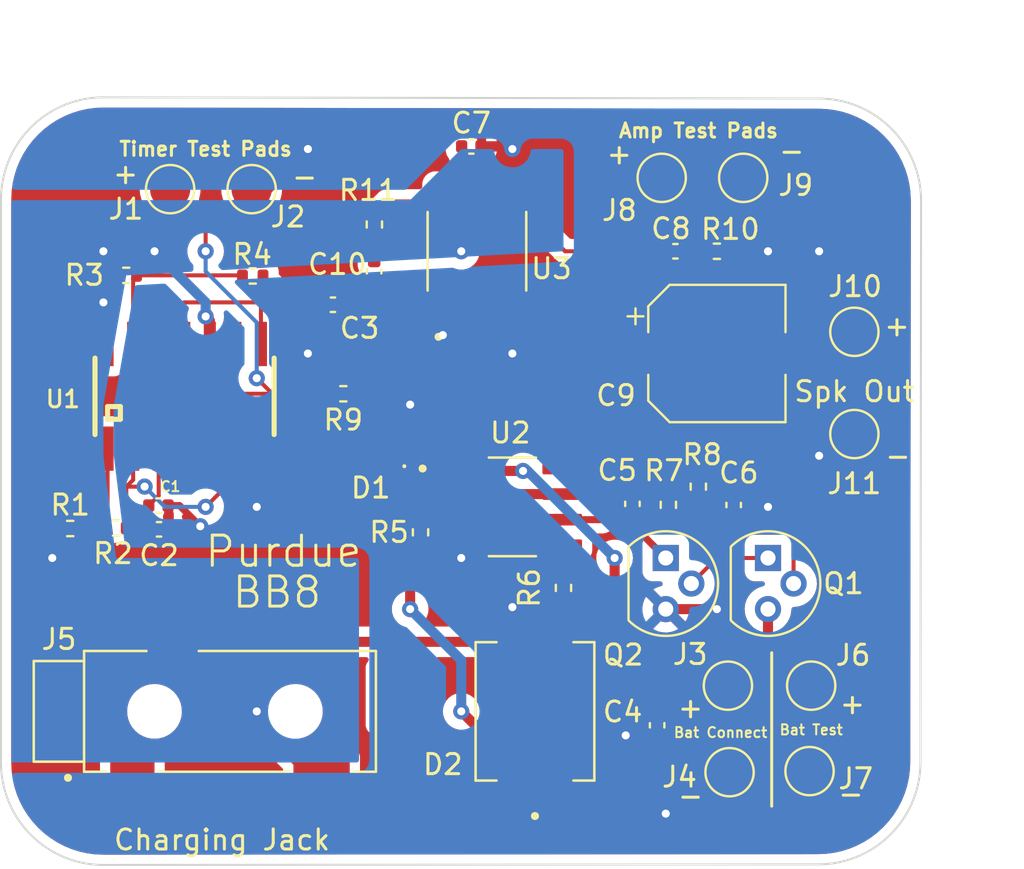
<source format=kicad_pcb>
(kicad_pcb (version 20211014) (generator pcbnew)
  (layers (0 "F.Cu" signal) (31 "B.Cu" signal) (34 "B.Paste" user) (35 "F.Paste" user) (36 "B.SilkS" user "B.Silkscreen") (37 "F.SilkS" user "F.Silkscreen") (38 "B.Mask" user) (39 "F.Mask" user) (44 "Edge.Cuts" user))
  (net 0 "")
  (net 1 "PWR")
  (net 2 "GND")
  (net 3 "CV")
  (net 4 "trig2")
  (net 5 "trig1")
  (net 6 "BAT")
  (net 7 "output")
  (net 8 "VCC")
  (net 9 "DRV")
  (net 10 "gain_in")
  (net 11 "Net-(C7-Pad1)")
  (net 12 "Net-(R1-Pad2)")
  (net 13 "Net-(R3-Pad2)")
  (net 14 "spkout")
  (net 15 "gain_out")
  (net 16 "reset")
  (net 17 "Net-(C8-Pad2)")
  (net 18 "Net-(C9-Pad2)")
  (net 20 "STATUS")
  (net 21 "Net-(D1-Pad2)")
  (net 22 "Net-(D2-PadA)")
  (net 23 "Net-(R6-Pad1)")
  (net 24 "SENSE")
  (net 26 "Net-(Q1-Pad2)")
  (footprint "Capacitor_SMD:C_0402_1005Metric" (layer "F.Cu") (at 191.384796 86.210573 -90)
    (fp_text reference "C5" (at -1.663868 0.755456 180) (layer "F.SilkS"))
    (fp_text value "1nF")
    (fp_line (start -0.107836 -0.36) (end 0.107836 -0.36) (layer "F.SilkS") (width 0.12))
    (fp_line (start -0.107836 0.36) (end 0.107836 0.36) (layer "F.SilkS") (width 0.12))
    (pad "1" smd roundrect (at -0.48 0 270) (size 0.56 0.62) (layers "F.Cu" "F.Paste" "F.Mask") (net 8 "VCC"))
    (pad "2" smd roundrect (at 0.48 0 270) (size 0.56 0.62) (layers "F.Cu" "F.Paste" "F.Mask") (net 9 "DRV"))
  )
  (footprint "TestPoint:TestPoint_Pad_D2.0mm" (layer "F.Cu") (at 202.411103 77.66156)
    (fp_text reference "J10" (at 0.038012 -2.251477) (layer "F.SilkS"))
    (fp_text value "Conn_01x01_Male")
    (fp_circle (center 0 0) (end 0 1.2) (layer "F.SilkS") (width 0.12) (fill none))
    (pad "1" smd circle (at 0 0) (size 2 2) (layers "F.Cu" "F.Mask") (net 18 "Net-(C9-Pad2)"))
  )
  (footprint "Resistor_SMD:R_0402_1005Metric" (layer "F.Cu") (at 177.022282 80.74)
    (fp_text reference "R9" (at -0.004936 1.30169) (layer "F.SilkS"))
    (fp_text value "1.2k")
    (fp_line (start -0.153641 -0.38) (end 0.153641 -0.38) (layer "F.SilkS") (width 0.12))
    (fp_line (start -0.153641 0.38) (end 0.153641 0.38) (layer "F.SilkS") (width 0.12))
    (pad "1" smd roundrect (at -0.51 0) (size 0.54 0.64) (layers "F.Cu" "F.Paste" "F.Mask") (net 14 "spkout"))
    (pad "2" smd roundrect (at 0.51 0) (size 0.54 0.64) (layers "F.Cu" "F.Paste" "F.Mask") (net 2 "GND"))
  )
  (footprint "Package_TO_SOT_THT:TO-92" (layer "F.Cu") (at 198.12 88.9 -90)
    (fp_text reference "Q2" (at 4.815235 7.19845 180) (layer "F.SilkS"))
    (fp_text value "Q_PNP_BCE")
    (fp_line (start -0.53 1.85) (end 3.07 1.85) (layer "F.SilkS") (width 0.12))
    (fp_arc (start 1.27 -2.6) (mid 3.672087 -0.994977) (end 3.108478 1.838478) (layer "F.SilkS") (width 0.12))
    (fp_arc (start -0.568478 1.838478) (mid -1.132087 -0.994977) (end 1.27 -2.6) (layer "F.SilkS") (width 0.12))
    (pad "1" thru_hole rect (at 0 0 270) (size 1.3 1.3) (drill 0.75) (layers *.Cu *.Mask) (net 26 "Net-(Q1-Pad2)"))
    (pad "2" thru_hole circle (at 1.27 -1.27 270) (size 1.3 1.3) (drill 0.75) (layers *.Cu *.Mask) (net 24 "SENSE"))
    (pad "3" thru_hole circle (at 2.54 0 270) (size 1.3 1.3) (drill 0.75) (layers *.Cu *.Mask) (net 6 "BAT"))
  )
  (footprint "Resistor_SMD:R_0402_1005Metric" (layer "F.Cu") (at 194.658067 85.355374 90)
    (fp_text reference "R8" (at 1.591275 0.191757 180) (layer "F.SilkS"))
    (fp_text value "0.2")
    (fp_line (start -0.153641 0.38) (end 0.153641 0.38) (layer "F.SilkS") (width 0.12))
    (fp_line (start -0.153641 -0.38) (end 0.153641 -0.38) (layer "F.SilkS") (width 0.12))
    (pad "1" smd roundrect (at -0.51 0 90) (size 0.54 0.64) (layers "F.Cu" "F.Paste" "F.Mask") (net 8 "VCC"))
    (pad "2" smd roundrect (at 0.51 0 90) (size 0.54 0.64) (layers "F.Cu" "F.Paste" "F.Mask") (net 24 "SENSE"))
  )
  (footprint "Resistor_SMD:R_0402_1005Metric" (layer "F.Cu") (at 163.45159 87.434795)
    (fp_text reference "R1" (at 0 -1.17) (layer "F.SilkS"))
    (fp_text value "3.8k")
    (fp_line (start -0.153641 0.38) (end 0.153641 0.38) (layer "F.SilkS") (width 0.12))
    (fp_line (start -0.153641 -0.38) (end 0.153641 -0.38) (layer "F.SilkS") (width 0.12))
    (pad "1" smd roundrect (at -0.51 0) (size 0.54 0.64) (layers "F.Cu" "F.Paste" "F.Mask") (net 1 "PWR"))
    (pad "2" smd roundrect (at 0.51 0) (size 0.54 0.64) (layers "F.Cu" "F.Paste" "F.Mask") (net 12 "Net-(R1-Pad2)"))
  )
  (footprint "Capacitor_SMD:CP_Elec_6.3x7.7" (layer "F.Cu") (at 195.58 78.74)
    (fp_text reference "C9" (at -5.012102 2.087998) (layer "F.SilkS"))
    (fp_text value "250uF")
    (fp_line (start -2.345563 -3.41) (end 3.41 -3.41) (layer "F.SilkS") (width 0.12))
    (fp_line (start -3.41 -2.345563) (end -2.345563 -3.41) (layer "F.SilkS") (width 0.12))
    (fp_line (start 3.41 3.41) (end 3.41 1.06) (layer "F.SilkS") (width 0.12))
    (fp_line (start -2.345563 3.41) (end 3.41 3.41) (layer "F.SilkS") (width 0.12))
    (fp_line (start 3.41 -3.41) (end 3.41 -1.06) (layer "F.SilkS") (width 0.12))
    (fp_line (start -3.41 -2.345563) (end -3.41 -1.06) (layer "F.SilkS") (width 0.12))
    (fp_line (start -3.41 2.345563) (end -2.345563 3.41) (layer "F.SilkS") (width 0.12))
    (fp_line (start -3.41 2.345563) (end -3.41 1.06) (layer "F.SilkS") (width 0.12))
    (fp_line (start -4.04375 -2.24125) (end -4.04375 -1.45375) (layer "F.SilkS") (width 0.12))
    (fp_line (start -4.4375 -1.8475) (end -3.65 -1.8475) (layer "F.SilkS") (width 0.12))
    (pad "1" smd roundrect (at -2.7 0) (size 3.5 1.6) (layers "F.Cu" "F.Paste" "F.Mask") (roundrect_rratio 0.15625) (net 7 "output"))
    (pad "2" smd roundrect (at 2.7 0) (size 3.5 1.6) (layers "F.Cu" "F.Paste" "F.Mask") (roundrect_rratio 0.15625) (net 18 "Net-(C9-Pad2)"))
  )
  (footprint "Resistor_SMD:R_0402_1005Metric" (layer "F.Cu") (at 166.236423 74.8571)
    (fp_text reference "R3" (at -2.086637 -0.009216) (layer "F.SilkS"))
    (fp_text value "1k")
    (fp_line (start -0.153641 -0.38) (end 0.153641 -0.38) (layer "F.SilkS") (width 0.12))
    (fp_line (start -0.153641 0.38) (end 0.153641 0.38) (layer "F.SilkS") (width 0.12))
    (pad "1" smd roundrect (at -0.51 0) (size 0.54 0.64) (layers "F.Cu" "F.Paste" "F.Mask") (net 1 "PWR"))
    (pad "2" smd roundrect (at 0.51 0) (size 0.54 0.64) (layers "F.Cu" "F.Paste" "F.Mask") (net 13 "Net-(R3-Pad2)"))
  )
  (footprint "TestPoint:TestPoint_Pad_D2.0mm" (layer "F.Cu") (at 172.466016 70.573722 180)
    (fp_text reference "J2" (at -1.803551 -1.376596) (layer "F.SilkS"))
    (fp_text value "Conn_01x01_Male")
    (fp_circle (center 0 0) (end 0 1.2) (layer "F.SilkS") (width 0.12) (fill none))
    (pad "1" smd circle (at 0 0 180) (size 2 2) (layers "F.Cu" "F.Mask") (net 2 "GND"))
  )
  (footprint "Resistor_SMD:R_0402_1005Metric" (layer "F.Cu") (at 187.9586 90.38629 -90)
    (fp_text reference "R6" (at 0 1.699954 90) (layer "F.SilkS"))
    (fp_text value "19.6k")
    (fp_line (start -0.153641 -0.38) (end 0.153641 -0.38) (layer "F.SilkS") (width 0.12))
    (fp_line (start -0.153641 0.38) (end 0.153641 0.38) (layer "F.SilkS") (width 0.12))
    (pad "1" smd roundrect (at -0.51 0 270) (size 0.54 0.64) (layers "F.Cu" "F.Paste" "F.Mask") (net 23 "Net-(R6-Pad1)"))
    (pad "2" smd roundrect (at 0.51 0 270) (size 0.54 0.64) (layers "F.Cu" "F.Paste" "F.Mask") (net 2 "GND"))
  )
  (footprint "TestPoint:TestPoint_Pad_D2.0mm" (layer "F.Cu") (at 196.889093 70.012796)
    (fp_text reference "J9" (at 2.608707 0.370151) (layer "F.SilkS"))
    (fp_text value "Conn_01x01_Male")
    (fp_circle (center 0 0) (end 0 1.2) (layer "F.SilkS") (width 0.12) (fill none))
    (pad "1" smd circle (at 0 0) (size 2 2) (layers "F.Cu" "F.Mask") (net 2 "GND"))
  )
  (footprint "Capacitor_SMD:C_0402_1005Metric" (layer "F.Cu") (at 176.504259 76.3171)
    (fp_text reference "C3" (at 1.323691 1.16514) (layer "F.SilkS"))
    (fp_text value "10uF")
    (fp_line (start -0.107836 -0.36) (end 0.107836 -0.36) (layer "F.SilkS") (width 0.12))
    (fp_line (start -0.107836 0.36) (end 0.107836 0.36) (layer "F.SilkS") (width 0.12))
    (pad "1" smd roundrect (at -0.48 0) (size 0.56 0.62) (layers "F.Cu" "F.Paste" "F.Mask") (net 5 "trig1"))
    (pad "2" smd roundrect (at 0.48 0) (size 0.56 0.62) (layers "F.Cu" "F.Paste" "F.Mask") (net 2 "GND"))
  )
  (footprint "Resistor_SMD:R_0402_1005Metric" (layer "F.Cu") (at 195.58 73.66)
    (fp_text reference "R10" (at 0.669827 -1.094408) (layer "F.SilkS"))
    (fp_text value "10")
    (fp_line (start -0.153641 0.38) (end 0.153641 0.38) (layer "F.SilkS") (width 0.12))
    (fp_line (start -0.153641 -0.38) (end 0.153641 -0.38) (layer "F.SilkS") (width 0.12))
    (pad "1" smd roundrect (at -0.51 0) (size 0.54 0.64) (layers "F.Cu" "F.Paste" "F.Mask") (net 17 "Net-(C8-Pad2)"))
    (pad "2" smd roundrect (at 0.51 0) (size 0.54 0.64) (layers "F.Cu" "F.Paste" "F.Mask") (net 2 "GND"))
  )
  (footprint "Capacitor_SMD:C_0402_1005Metric" (layer "F.Cu") (at 178.552709 74.654423 90)
    (fp_text reference "C10" (at 0.344534 -1.828793 180) (layer "F.SilkS"))
    (fp_text value "10uF")
    (fp_line (start -0.107836 -0.36) (end 0.107836 -0.36) (layer "F.SilkS") (width 0.12))
    (fp_line (start -0.107836 0.36) (end 0.107836 0.36) (layer "F.SilkS") (width 0.12))
    (pad "1" smd roundrect (at -0.48 0 90) (size 0.56 0.62) (layers "F.Cu" "F.Paste" "F.Mask") (net 10 "gain_in"))
    (pad "2" smd roundrect (at 0.48 0 90) (size 0.56 0.62) (layers "F.Cu" "F.Paste" "F.Mask"))
  )
  (footprint "Capacitor_SMD:C_0402_1005Metric" (layer "F.Cu") (at 183.38 68.45)
    (fp_text reference "C7" (at 0 -1.16) (layer "F.SilkS"))
    (fp_text value "0.1uF")
    (fp_line (start -0.107836 0.36) (end 0.107836 0.36) (layer "F.SilkS") (width 0.12))
    (fp_line (start -0.107836 -0.36) (end 0.107836 -0.36) (layer "F.SilkS") (width 0.12))
    (pad "1" smd roundrect (at -0.48 0) (size 0.56 0.62) (layers "F.Cu" "F.Paste" "F.Mask") (net 11 "Net-(C7-Pad1)"))
    (pad "2" smd roundrect (at 0.48 0) (size 0.56 0.62) (layers "F.Cu" "F.Paste" "F.Mask") (net 2 "GND"))
  )
  (footprint "LED_SMD:LED_0402_1005Metric" (layer "F.Cu") (at 180.051614 85.430153 -90)
    (fp_text reference "D1" (at -0.012016 1.670234 180) (layer "F.SilkS"))
    (fp_text value "LED")
    (fp_circle (center -1.09 0) (end -1.04 0) (layer "F.SilkS") (width 0.1) (fill none))
    (pad "1" smd roundrect (at -0.485 0 270) (size 0.59 0.64) (layers "F.Cu" "F.Paste" "F.Mask") (net 20 "STATUS"))
    (pad "2" smd roundrect (at 0.485 0 270) (size 0.59 0.64) (layers "F.Cu" "F.Paste" "F.Mask") (net 21 "Net-(D1-Pad2)"))
  )
  (footprint "baseball:SOIC127P600X175-8N" (layer "F.Cu") (at 185.42 86.36)
    (fp_text reference "U2" (at -0.103948 -3.675519) (layer "F.SilkS"))
    (fp_text value "LTC1731EMS8-4.2_PBF")
    (fp_line (start -1.17 2.45) (end 1.17 2.45) (layer "F.SilkS") (width 0.127))
    (fp_line (start -1.17 -2.45) (end 1.17 -2.45) (layer "F.SilkS") (width 0.127))
    (fp_circle (center -4.46 -1.905) (end -4.36 -1.905) (layer "F.SilkS") (width 0.2) (fill none))
    (pad "1" smd roundrect locked (at -2.475 -1.905) (size 1.97 0.58) (layers "F.Cu" "F.Paste" "F.Mask") (roundrect_rratio 0.125) (net 6 "BAT"))
    (pad "2" smd roundrect locked (at -2.475 -0.635) (size 1.97 0.58) (layers "F.Cu" "F.Paste" "F.Mask") (roundrect_rratio 0.125) (net 20 "STATUS"))
    (pad "3" smd roundrect locked (at -2.475 0.635) (size 1.97 0.58) (layers "F.Cu" "F.Paste" "F.Mask") (roundrect_rratio 0.125) (net 8 "VCC"))
    (pad "4" smd roundrect locked (at -2.475 1.905) (size 1.97 0.58) (layers "F.Cu" "F.Paste" "F.Mask") (roundrect_rratio 0.125) (net 2 "GND"))
    (pad "5" smd roundrect locked (at 2.475 1.905) (size 1.97 0.58) (layers "F.Cu" "F.Paste" "F.Mask") (roundrect_rratio 0.125) (net 23 "Net-(R6-Pad1)"))
    (pad "6" smd roundrect locked (at 2.475 0.635) (size 1.97 0.58) (layers "F.Cu" "F.Paste" "F.Mask") (roundrect_rratio 0.125) (net 9 "DRV"))
    (pad "7" smd roundrect locked (at 2.475 -0.635) (size 1.97 0.58) (layers "F.Cu" "F.Paste" "F.Mask") (roundrect_rratio 0.125) (net 8 "VCC"))
    (pad "8" smd roundrect locked (at 2.475 -1.905) (size 1.97 0.58) (layers "F.Cu" "F.Paste" "F.Mask") (roundrect_rratio 0.125) (net 24 "SENSE"))
  )
  (footprint "TestPoint:TestPoint_Pad_D2.0mm" (layer "F.Cu") (at 200.18407 99.487262)
    (fp_text reference "J7" (at 2.29738 0.37837) (layer "F.SilkS"))
    (fp_text value "Conn_01x01_Male")
    (fp_circle (center 0 0) (end 0 1.2) (layer "F.SilkS") (width 0.12) (fill none))
    (pad "1" smd circle (at 0 0) (size 2 2) (layers "F.Cu" "F.Mask") (net 2 "GND"))
  )
  (footprint "Capacitor_SMD:C_0402_1005Metric" (layer "F.Cu") (at 167.834453 86.295232)
    (fp_text reference "C1" (at 0.595093 -0.944911) (layer "F.SilkS") (effects (font (size 0.5 0.5) (thickness 0.1))))
    (fp_text value "10uF")
    (fp_line (start -0.107836 0.36) (end 0.107836 0.36) (layer "F.SilkS") (width 0.12))
    (fp_line (start -0.107836 -0.36) (end 0.107836 -0.36) (layer "F.SilkS") (width 0.12))
    (pad "1" smd roundrect (at -0.48 0) (size 0.56 0.62) (layers "F.Cu" "F.Paste" "F.Mask") (net 3 "CV"))
    (pad "2" smd roundrect (at 0.48 0) (size 0.56 0.62) (layers "F.Cu" "F.Paste" "F.Mask") (net 2 "GND"))
  )
  (footprint "TestPoint:TestPoint_Pad_D2.0mm" (layer "F.Cu") (at 196.128646 95.242585)
    (fp_text reference "J3" (at -1.876282 -1.556063) (layer "F.SilkS"))
    (fp_text value "Conn_01x01_Male")
    (fp_circle (center 0 0) (end 0 1.2) (layer "F.SilkS") (width 0.12) (fill none))
    (pad "1" smd circle (at 0 0) (size 2 2) (layers "F.Cu" "F.Mask") (net 6 "BAT"))
  )
  (footprint "baseball:SOIC127P600X175-8N" (layer "F.Cu") (at 183.6581 73.66 90)
    (fp_text reference "U3" (at -0.859469 3.704393 180) (layer "F.SilkS") (effects (font (size 1.00063 1.00063))))
    (fp_text value "LM386")
    (fp_line (start -1.95 -2.45) (end 1.95 -2.45) (layer "F.SilkS") (width 0.127))
    (fp_line (start 1.95 2.45) (end -1.95 2.45) (layer "F.SilkS") (width 0.127))
    (fp_circle (center -4.25 -1.905) (end -4.15 -1.905) (layer "F.SilkS") (width 0.2) (fill none))
    (pad "1" smd roundrect locked (at -2.475 -1.905 90) (size 1.97 0.6) (layers "F.Cu" "F.Paste" "F.Mask") (net 10 "gain_in"))
    (pad "2" smd roundrect locked (at -2.475 -0.635 90) (size 1.97 0.6) (layers "F.Cu" "F.Paste" "F.Mask") (net 2 "GND"))
    (pad "3" smd roundrect locked (at -2.475 0.635 90) (size 1.97 0.6) (layers "F.Cu" "F.Paste" "F.Mask") (net 14 "spkout"))
    (pad "4" smd roundrect locked (at -2.475 1.905 90) (size 1.97 0.6) (layers "F.Cu" "F.Paste" "F.Mask") (net 2 "GND"))
    (pad "5" smd roundrect locked (at 2.475 1.905 90) (size 1.97 0.6) (layers "F.Cu" "F.Paste" "F.Mask") (net 7 "output"))
    (pad "6" smd roundrect locked (at 2.475 0.635 90) (size 1.97 0.6) (layers "F.Cu" "F.Paste" "F.Mask") (net 1 "PWR"))
    (pad "7" smd roundrect locked (at 2.475 -0.635 90) (size 1.97 0.6) (layers "F.Cu" "F.Paste" "F.Mask") (net 11 "Net-(C7-Pad1)"))
    (pad "8" smd roundrect locked (at 2.475 -1.905 90) (size 1.97 0.6) (layers "F.Cu" "F.Paste" "F.Mask") (net 15 "gain_out"))
  )
  (footprint "Capacitor_SMD:C_0402_1005Metric" (layer "F.Cu") (at 167.863929 87.475232)
    (fp_text reference "C2" (at 0 1.300828) (layer "F.SilkS"))
    (fp_text value "10nF")
    (fp_line (start -0.107836 0.36) (end 0.107836 0.36) (layer "F.SilkS") (width 0.12))
    (fp_line (start -0.107836 -0.36) (end 0.107836 -0.36) (layer "F.SilkS") (width 0.12))
    (pad "1" smd roundrect (at -0.48 0) (size 0.56 0.62) (layers "F.Cu" "F.Paste" "F.Mask") (net 4 "trig2"))
    (pad "2" smd roundrect (at 0.48 0) (size 0.56 0.62) (layers "F.Cu" "F.Paste" "F.Mask") (net 2 "GND"))
  )
  (footprint "Capacitor_SMD:C_0402_1005Metric" (layer "F.Cu") (at 192.611154 97.21164 -90)
    (fp_text reference "C4" (at -0.666004 1.714007 180) (layer "F.SilkS"))
    (fp_text value "10uF")
    (fp_line (start -0.107836 -0.36) (end 0.107836 -0.36) (layer "F.SilkS") (width 0.12))
    (fp_line (start -0.107836 0.36) (end 0.107836 0.36) (layer "F.SilkS") (width 0.12))
    (pad "1" smd roundrect (at -0.48 0 270) (size 0.56 0.62) (layers "F.Cu" "F.Paste" "F.Mask") (net 6 "BAT"))
    (pad "2" smd roundrect (at 0.48 0 270) (size 0.56 0.62) (layers "F.Cu" "F.Paste" "F.Mask") (net 2 "GND"))
  )
  (footprint "Resistor_SMD:R_0402_1005Metric" (layer "F.Cu") (at 180.856742 87.625154 90)
    (fp_text reference "R5" (at 0.002068 -1.560742 180) (layer "F.SilkS"))
    (fp_text value "2k")
    (fp_line (start -0.153641 0.38) (end 0.153641 0.38) (layer "F.SilkS") (width 0.12))
    (fp_line (start -0.153641 -0.38) (end 0.153641 -0.38) (layer "F.SilkS") (width 0.12))
    (pad "1" smd roundrect (at -0.51 0 90) (size 0.54 0.64) (layers "F.Cu" "F.Paste" "F.Mask") (net 8 "VCC"))
    (pad "2" smd roundrect (at 0.51 0 90) (size 0.54 0.64) (layers "F.Cu" "F.Paste" "F.Mask") (net 21 "Net-(D1-Pad2)"))
  )
  (footprint "Resistor_SMD:R_0402_1005Metric" (layer "F.Cu") (at 172.520064 74.8871)
    (fp_text reference "R4" (at -0.027136 -1.073374) (layer "F.SilkS"))
    (fp_text value "68k")
    (fp_line (start -0.153641 0.38) (end 0.153641 0.38) (layer "F.SilkS") (width 0.12))
    (fp_line (start -0.153641 -0.38) (end 0.153641 -0.38) (layer "F.SilkS") (width 0.12))
    (pad "1" smd roundrect (at -0.51 0) (size 0.54 0.64) (layers "F.Cu" "F.Paste" "F.Mask") (net 13 "Net-(R3-Pad2)"))
    (pad "2" smd roundrect (at 0.51 0) (size 0.54 0.64) (layers "F.Cu" "F.Paste" "F.Mask") (net 5 "trig1"))
  )
  (footprint "baseball:DIOM7959X265N" (layer "F.Cu") (at 186.5425 96.52 90)
    (fp_text reference "D2" (at -2.638515 -4.578932 180) (layer "F.SilkS"))
    (fp_text value "SS34")
    (fp_line (start 3.4375 2.95) (end 3.4375 1.91) (layer "F.SilkS") (width 0.127))
    (fp_line (start -3.4375 1.91) (end -3.4375 2.95) (layer "F.SilkS") (width 0.127))
    (fp_line (start 3.4375 -2.95) (end -3.4375 -2.95) (layer "F.SilkS") (width 0.127))
    (fp_line (start -3.4375 2.95) (end 3.4375 2.95) (layer "F.SilkS") (width 0.127))
    (fp_line (start 3.4375 -1.91) (end 3.4375 -2.95) (layer "F.SilkS") (width 0.127))
    (fp_line (start -3.4375 -2.95) (end -3.4375 -1.91) (layer "F.SilkS") (width 0.127))
    (fp_circle (center -5.2 0) (end -5.1 0) (layer "F.SilkS") (width 0.2) (fill none))
    (pad "A" smd rect locked (at 3.455 0 90) (size 2.25 3.18) (layers "F.Cu" "F.Paste" "F.Mask") (net 22 "Net-(D2-PadA)"))
    (pad "C" smd rect locked (at -3.455 0 90) (size 2.25 3.18) (layers "F.Cu" "F.Paste" "F.Mask") (net 8 "VCC"))
  )
  (footprint "Resistor_SMD:R_0402_1005Metric" (layer "F.Cu") (at 165.726423 87.4071)
    (fp_text reference "R2" (at -0.153641 1.267869) (layer "F.SilkS"))
    (fp_text value "68k")
    (fp_line (start -0.153641 -0.38) (end 0.153641 -0.38) (layer "F.SilkS") (width 0.12))
    (fp_line (start -0.153641 0.38) (end 0.153641 0.38) (layer "F.SilkS") (width 0.12))
    (pad "1" smd roundrect (at -0.51 0) (size 0.54 0.64) (layers "F.Cu" "F.Paste" "F.Mask") (net 12 "Net-(R1-Pad2)"))
    (pad "2" smd roundrect (at 0.51 0) (size 0.54 0.64) (layers "F.Cu" "F.Paste" "F.Mask") (net 4 "trig2"))
  )
  (footprint "baseball:556" (layer "F.Cu") (at 169.117823 80.867)
    (fp_text reference "U1" (at -6.033953 0.139848) (layer "F.SilkS") (effects (font (size 0.84 0.84))))
    (fp_text value "LM556")
    (fp_line (start -3.175 1.143) (end -3.81 1.143) (layer "F.SilkS") (width 0.254))
    (fp_line (start -3.81 1.143) (end -3.81 0.508) (layer "F.SilkS") (width 0.254))
    (fp_line (start -4.435 1.9) (end -4.435 -1.9) (layer "F.SilkS") (width 0.254))
    (fp_line (start -3.81 0.508) (end -3.175 0.508) (layer "F.SilkS") (width 0.254))
    (fp_line (start -3.175 0.508) (end -3.175 1.143) (layer "F.SilkS") (width 0.254))
    (fp_line (start 4.465 -1.9) (end 4.465 1.9) (layer "F.SilkS") (width 0.254))
    (pad "1" smd rect locked (at -3.81 2.6) (size 0.6 2.2) (layers "F.Cu" "F.Paste" "F.Mask") (net 12 "Net-(R1-Pad2)"))
    (pad "2" smd rect locked (at -2.54 2.6) (size 0.6 2.2) (layers "F.Cu" "F.Paste" "F.Mask") (net 4 "trig2"))
    (pad "3" smd rect locked (at -1.27 2.6) (size 0.6 2.2) (layers "F.Cu" "F.Paste" "F.Mask") (net 3 "CV"))
    (pad "4" smd rect locked (at 0 2.6) (size 0.6 2.2) (layers "F.Cu" "F.Paste" "F.Mask") (net 16 "reset"))
    (pad "5" smd rect locked (at 1.27 2.6) (size 0.6 2.2) (layers "F.Cu" "F.Paste" "F.Mask") (net 14 "spkout"))
    (pad "6" smd rect locked (at 2.54 2.6) (size 0.6 2.2) (layers "F.Cu" "F.Paste" "F.Mask") (net 4 "trig2"))
    (pad "7" smd rect locked (at 3.81 2.6) (size 0.6 2.2) (layers "F.Cu" "F.Paste" "F.Mask") (net 2 "GND"))
    (pad "8" smd rect locked (at 3.81 -2.6) (size 0.6 2.2) (layers "F.Cu" "F.Paste" "F.Mask") (net 5 "trig1"))
    (pad "9" smd rect locked (at 2.54 -2.6) (size 0.6 2.2) (layers "F.Cu" "F.Paste" "F.Mask") (net 16 "reset"))
    (pad "10" smd rect locked (at 1.27 -2.6) (size 0.6 2.2) (layers "F.Cu" "F.Paste" "F.Mask") (net 1 "PWR"))
    (pad "11" smd rect locked (at 0 -2.6) (size 0.6 2.2) (layers "F.Cu" "F.Paste" "F.Mask") (net 3 "CV"))
    (pad "12" smd rect locked (at -1.27 -2.6) (size 0.6 2.2) (layers "F.Cu" "F.Paste" "F.Mask") (net 5 "trig1"))
    (pad "13" smd rect locked (at -2.54 -2.6) (size 0.6 2.2) (layers "F.Cu" "F.Paste" "F.Mask") (net 13 "Net-(R3-Pad2)"))
    (pad "14" smd rect locked (at -3.81 -2.6) (size 0.6 2.2) (layers "F.Cu" "F.Paste" "F.Mask") (net 1 "PWR"))
  )
  (footprint "TestPoint:TestPoint_Pad_D2.0mm" (layer "F.Cu") (at 168.416016 70.573722 180)
    (fp_text reference "J1" (at 2.198013 -0.990121) (layer "F.SilkS"))
    (fp_text value "Conn_01x01_Male")
    (fp_circle (center 0 0) (end 0 1.2) (layer "F.SilkS") (width 0.12) (fill none))
    (pad "1" smd circle (at 0 0 180) (size 2 2) (layers "F.Cu" "F.Mask") (net 14 "spkout"))
  )
  (footprint "TestPoint:TestPoint_Pad_D2.0mm" (layer "F.Cu") (at 196.209754 99.541335)
    (fp_text reference "J4" (at -2.488444 0.238336) (layer "F.SilkS"))
    (fp_text value "Conn_01x01_Male")
    (fp_circle (center 0 0) (end 0 1.2) (layer "F.SilkS") (width 0.12) (fill none))
    (pad "1" smd circle (at 0 0) (size 2 2) (layers "F.Cu" "F.Mask") (net 2 "GND"))
  )
  (footprint "Resistor_SMD:R_0402_1005Metric" (layer "F.Cu") (at 193.169584 86.257271 -90)
    (fp_text reference "R7" (at -1.696591 0.220376 180) (layer "F.SilkS"))
    (fp_text value "10k")
    (fp_line (start -0.153641 -0.38) (end 0.153641 -0.38) (layer "F.SilkS") (width 0.12))
    (fp_line (start -0.153641 0.38) (end 0.153641 0.38) (layer "F.SilkS") (width 0.12))
    (pad "1" smd roundrect (at -0.51 0 270) (size 0.54 0.64) (layers "F.Cu" "F.Paste" "F.Mask") (net 8 "VCC"))
    (pad "2" smd roundrect (at 0.51 0 270) (size 0.54 0.64) (layers "F.Cu" "F.Paste" "F.Mask") (net 26 "Net-(Q1-Pad2)"))
  )
  (footprint "Package_TO_SOT_THT:TO-92" (layer "F.Cu") (at 193.04 88.9 -90)
    (fp_text reference "Q1" (at 1.27 -8.83103 180) (layer "F.SilkS"))
    (fp_text value "Q_PNP_BCE")
    (fp_line (start -0.53 1.85) (end 3.07 1.85) (layer "F.SilkS") (width 0.12))
    (fp_arc (start -0.568478 1.838478) (mid -1.132087 -0.994977) (end 1.27 -2.6) (layer "F.SilkS") (width 0.12))
    (fp_arc (start 1.27 -2.6) (mid 3.672087 -0.994977) (end 3.108478 1.838478) (layer "F.SilkS") (width 0.12))
    (pad "1" thru_hole rect (at 0 0 270) (size 1.3 1.3) (drill 0.75) (layers *.Cu *.Mask) (net 9 "DRV"))
    (pad "2" thru_hole circle (at 1.27 -1.27 270) (size 1.3 1.3) (drill 0.75) (layers *.Cu *.Mask) (net 26 "Net-(Q1-Pad2)"))
    (pad "3" thru_hole circle (at 2.54 0 270) (size 1.3 1.3) (drill 0.75) (layers *.Cu *.Mask) (net 2 "GND"))
  )
  (footprint "Resistor_SMD:R_0402_1005Metric" (layer "F.Cu") (at 178.563575 72.330095 -90)
    (fp_text reference "R11" (at -1.698111 0.306451 180) (layer "F.SilkS"))
    (fp_text value "2.4k")
    (fp_line (start -0.153641 -0.38) (end 0.153641 -0.38) (layer "F.SilkS") (width 0.12))
    (fp_line (start -0.153641 0.38) (end 0.153641 0.38) (layer "F.SilkS") (width 0.12))
    (pad "1" smd roundrect (at -0.51 0 270) (size 0.54 0.64) (layers "F.Cu" "F.Paste" "F.Mask") (net 15 "gain_out"))
    (pad "2" smd roundrect (at 0.51 0 270) (size 0.54 0.64) (layers "F.Cu" "F.Paste" "F.Mask"))
  )
  (footprint "TestPoint:TestPoint_Pad_D2.0mm" (layer "F.Cu") (at 192.839093 70.012796)
    (fp_text reference "J8" (at -2.101394 1.615459) (layer "F.SilkS"))
    (fp_text value "Conn_01x01_Male")
    (fp_circle (center 0 0) (end 0 1.2) (layer "F.SilkS") (width 0.12) (fill none))
    (pad "1" smd circle (at 0 0) (size 2 2) (layers "F.Cu" "F.Mask") (net 7 "output"))
  )
  (footprint "TestPoint:TestPoint_Pad_D2.0mm" (layer "F.Cu") (at 202.411103 82.74156)
    (fp_text reference "J11" (at -0.001898 2.461525) (layer "F.SilkS"))
    (fp_text value "Conn_01x01_Male")
    (fp_circle (center 0 0) (end 0 1.2) (layer "F.SilkS") (width 0.12) (fill none))
    (pad "1" smd circle (at 0 0) (size 2 2) (layers "F.Cu" "F.Mask") (net 2 "GND"))
  )
  (footprint "TestPoint:TestPoint_Pad_D2.0mm" (layer "F.Cu") (at 200.265179 95.242585)
    (fp_text reference "J6" (at 2.078774 -1.514137) (layer "F.SilkS"))
    (fp_text value "Conn_01x01_Male")
    (fp_circle (center 0 0) (end 0 1.2) (layer "F.SilkS") (width 0.12) (fill none))
    (pad "1" smd circle (at 0 0) (size 2 2) (layers "F.Cu" "F.Mask") (net 6 "BAT"))
  )
  (footprint "Capacitor_SMD:C_0402_1005Metric" (layer "F.Cu") (at 193.52 73.66)
    (fp_text reference "C8" (at -0.222012 -1.124735) (layer "F.SilkS"))
    (fp_text value "0.1uF")
    (fp_line (start -0.107836 0.36) (end 0.107836 0.36) (layer "F.SilkS") (width 0.12))
    (fp_line (start -0.107836 -0.36) (end 0.107836 -0.36) (layer "F.SilkS") (width 0.12))
    (pad "1" smd roundrect (at -0.48 0) (size 0.56 0.62) (layers "F.Cu" "F.Paste" "F.Mask") (net 7 "output"))
    (pad "2" smd roundrect (at 0.48 0) (size 0.56 0.62) (layers "F.Cu" "F.Paste" "F.Mask") (net 17 "Net-(C8-Pad2)"))
  )
  (footprint "baseball:CUI_SJ-3524-SMT-GR" (layer "F.Cu") (at 167.64 96.52)
    (fp_text reference "J5" (at -4.745938 -3.579802) (layer "F.SilkS") (effects (font (size 1.001173 1.001173))))
    (fp_text value "SJ-3524-SMT")
    (fp_line (start -6 2.5) (end -3.5 2.5) (layer "F.SilkS") (width 0.127))
    (fp_line (start 2.2 -3) (end 11 -3) (layer "F.SilkS") (width 0.127))
    (fp_line (start 11 -3) (end 11 3) (layer "F.SilkS") (width 0.127))
    (fp_line (start -6 -2.5) (end -6 2.5) (layer "F.SilkS") (width 0.127))
    (fp_line (start -3.5 2.5) (end -3.5 -2.5) (layer "F.SilkS") (width 0.127))
    (fp_line (start 9.9 3) (end 11 3) (layer "F.SilkS") (width 0.127))
    (fp_line (start -3.5 3) (end -2.4 3) (layer "F.SilkS") (width 0.127))
    (fp_line (start -3.5 -3) (end -0.4 -3) (layer "F.SilkS") (width 0.127))
    (fp_line (start 0.2 3) (end 6.7 3) (layer "F.SilkS") (width 0.127))
    (fp_line (start -3.5 -2.5) (end -6 -2.5) (layer "F.SilkS") (width 0.127))
    (fp_line (start -3.5 3) (end -3.5 2.5) (layer "F.SilkS") (width 0.127))
    (fp_line (start -3.5 -2.5) (end -3.5 -3) (layer "F.SilkS") (width 0.127))
    (fp_circle (center -4.3 3.3) (end -4.2 3.3) (layer "F.SilkS") (width 0.2) (fill none))
    (pad "" np_thru_hole circle locked (at 7 0) (size 1.7 1.7) (drill 1.7) (layers *.Cu *.Mask))
    (pad "" np_thru_hole circle locked (at 0 0) (size 1.7 1.7) (drill 1.7) (layers *.Cu *.Mask))
    (pad "1" smd rect locked (at -1.1 3.7) (size 2.2 2.8) (layers "F.Cu" "F.Paste" "F.Mask") (net 2 "GND"))
    (pad "2" smd rect locked (at 8.3 3.7) (size 2.8 2.8) (layers "F.Cu" "F.Paste" "F.Mask") (net 1 "PWR"))
    (pad "3" smd rect locked (at 0.9 -3.7) (size 2.2 2.8) (layers "F.Cu" "F.Paste" "F.Mask") (net 22 "Net-(D2-PadA)"))
    (pad "4" smd rect locked (at 12.3 -0.75) (size 2.6 2.8) (layers "F.Cu" "F.Paste" "F.Mask"))
  )
  (footprint "Capacitor_SMD:C_0402_1005Metric" (layer "F.Cu") (at 196.413971 86.267349 -90)
    (fp_text reference "C6" (at -1.594868 -0.252617 180) (layer "F.SilkS"))
    (fp_text value "1uF")
    (fp_line (start -0.107836 -0.36) (end 0.107836 -0.36) (layer "F.SilkS") (width 0.12))
    (fp_line (start -0.107836 0.36) (end 0.107836 0.36) (layer "F.SilkS") (width 0.12))
    (pad "1" smd roundrect (at -0.48 0 270) (size 0.56 0.62) (layers "F.Cu" "F.Paste" "F.Mask") (net 8 "VCC"))
    (pad "2" smd roundrect (at 0.48 0 270) (size 0.56 0.62) (layers "F.Cu" "F.Paste" "F.Mask") (net 2 "GND"))
  )
  (gr_line (start 198.303656 93.608489) (end 198.303656 101.228489) (layer "F.SilkS") (width 0.15))
  (gr_arc (start 200.645082 66.070996) (mid 204.237184 67.558894) (end 205.725082 71.150996) (layer "Edge.Cuts") (width 0.1))
  (gr_line (start 165.092782 66.013216) (end 200.645082 66.070996) (layer "Edge.Cuts") (width 0.1))
  (gr_arc (start 165.092782 104.149541) (mid 161.50068 102.661643) (end 160.012782 99.069541) (layer "Edge.Cuts") (width 0.1))
  (gr_arc (start 205.695248 99.041596) (mid 204.20735 102.633698) (end 200.615248 104.121596) (layer "Edge.Cuts") (width 0.1))
  (gr_arc (start 160.012782 71.093216) (mid 161.50068 67.501114) (end 165.092782 66.013216) (layer "Edge.Cuts") (width 0.1))
  (gr_line (start 160.012782 99.069541) (end 160.012782 71.093216) (layer "Edge.Cuts") (width 0.1))
  (gr_line (start 200.615248 104.121596) (end 165.092782 104.149541) (layer "Edge.Cuts") (width 0.1))
  (gr_line (start 205.725082 71.150996) (end 205.695248 99.041596) (layer "Edge.Cuts") (width 0.1))
  (gr_text "-" (at 175.098835 69.950021) (layer "F.SilkS") (effects (font (size 1 1))))
  (gr_text "Spk Out" (at 202.411103 80.629796) (layer "F.SilkS") (effects (font (size 1 1))))
  (gr_text "BB8" (at 173.723136 90.603278) (layer "F.SilkS") (effects (font (size 1.5 1.5))))
  (gr_text "+" (at 202.314558 96.135417) (layer "F.SilkS") (effects (font (size 1 1))))
  (gr_text "-" (at 204.576253 83.821747) (layer "F.SilkS") (effects (font (size 1 1))))
  (gr_text "-" (at 202.239168 100.608546) (layer "F.SilkS") (effects (font (size 1 1))))
  (gr_text "-" (at 194.272978 100.709066) (layer "F.SilkS") (effects (font (size 1 1))))
  (gr_text "Purdue" (at 174.04757 88.575566) (layer "F.SilkS") (effects (font (size 1.5 1.5))))
  (gr_text "Charging Jack" (at 170.990373 102.904968) (layer "F.SilkS") (effects (font (size 1 1))))
  (gr_text "+" (at 204.525993 77.363353) (layer "F.SilkS") (effects (font (size 1 1))))
  (gr_text "+" (at 194.272978 96.336456) (layer "F.SilkS") (effects (font (size 1 1))))
  (gr_text "+" (at 166.202837 69.799241) (layer "F.SilkS") (effects (font (size 1 1))))
  (gr_text "+" (at 190.729656 68.819174) (layer "F.SilkS") (effects (font (size 1 1))))
  (gr_text "Timer Test Pads" (at 170.18 68.58) (layer "F.SilkS") (effects (font (size 0.7 0.7))))
  (gr_text "-" (at 199.298965 68.668394) (layer "F.SilkS") (effects (font (size 1 1))))
  (gr_text "Bat Test" (at 200.265179 97.43783) (layer "F.SilkS") (effects (font (size 0.5 0.5) (thickness 0.1))))
  (gr_text "Bat Connect" (at 195.761676 97.571603) (layer "F.SilkS") (effects (font (size 0.5 0.5) (thickness 0.1))))
  (gr_text "Amp Test Pads" (at 194.666862 67.669516) (layer "F.SilkS") (effects (font (size 0.7 0.7))))
  (segment (start 167.64 73.66) (end 165.1 73.66) (width 0.5) (layer "F.Cu") (net 1))
  (segment (start 162.94159 88.51841) (end 162.56 88.9) (width 0.5) (layer "F.Cu") (net 1))
  (segment (start 165.307823 78.267) (end 165.307823 76.407823) (width 0.5) (layer "F.Cu") (net 1))
  (segment (start 170.387823 78.267) (end 170.387823 77.107323) (width 0.5) (layer "F.Cu") (net 1))
  (segment (start 172.72 97) (end 172.72 96.52) (width 0.5) (layer "F.Cu") (net 1))
  (segment (start 162.94159 87.434795) (end 162.94159 88.51841) (width 0.5) (layer "F.Cu") (net 1))
  (segment (start 165.726423 74.8571) (end 165.726423 74.729785) (width 0.5) (layer "F.Cu") (net 1))
  (segment (start 184.2931 72.2469) (end 182.88 73.66) (width 0.5) (layer "F.Cu") (net 1))
  (segment (start 170.387823 77.107323) (end 170.18 76.8995) (width 0.5) (layer "F.Cu") (net 1))
  (segment (start 165.726423 74.286423) (end 165.1 73.66) (width 0.5) (layer "F.Cu") (net 1))
  (segment (start 175.94 100.22) (end 172.72 97) (width 0.5) (layer "F.Cu") (net 1))
  (segment (start 184.2931 71.185) (end 184.2931 72.2469) (width 0.5) (layer "F.Cu") (net 1))
  (segment (start 165.307823 76.407823) (end 165.1 76.2) (width 0.5) (layer "F.Cu") (net 1))
  (segment (start 165.726423 74.8571) (end 165.726423 74.286423) (width 0.5) (layer "F.Cu") (net 1))
  (via (at 165.1 73.66) (size 0.8) (drill 0.4) (layers "F.Cu" "B.Cu") (net 1))
  (via (at 167.64 73.66) (size 0.8) (drill 0.4) (layers "F.Cu" "B.Cu") (net 1))
  (via (at 162.56 88.9) (size 0.8) (drill 0.4) (layers "F.Cu" "B.Cu") (net 1))
  (via (at 165.1 76.2) (size 0.8) (drill 0.4) (layers "F.Cu" "B.Cu") (net 1))
  (via (at 170.18 76.8995) (size 0.8) (drill 0.4) (layers "F.Cu" "B.Cu") (net 1))
  (via (at 172.72 96.52) (size 0.8) (drill 0.4) (layers "F.Cu" "B.Cu") (net 1))
  (via (at 182.88 73.66) (size 0.8) (drill 0.4) (layers "F.Cu" "B.Cu") (net 1))
  (segment (start 170.18 76.8995) (end 170.18 76.2) (width 0.5) (layer "B.Cu") (net 1))
  (segment (start 170.18 76.2) (end 167.64 73.66) (width 0.5) (layer "B.Cu") (net 1))
  (segment (start 183.86 68.45) (end 185.29 68.45) (width 0.5) (layer "F.Cu") (net 2))
  (segment (start 201.73844 82.74156) (end 200.66 83.82) (width 0.5) (layer "F.Cu") (net 2))
  (segment (start 183.0231 76.135) (end 183.0231 76.767152) (width 0.5) (layer "F.Cu") (net 2))
  (segment (start 173.266278 70.573722) (end 175.26 68.58) (width 0.5) (layer "F.Cu") (net 2))
  (segment (start 179.8 80.74) (end 180.34 81.28) (width 0.35) (layer "F.Cu") (net 2))
  (segment (start 196.263827 99.487262) (end 196.209754 99.541335) (width 0.35) (layer "F.Cu") (net 2))
  (segment (start 193.04 91.44) (end 195.58 91.44) (width 0.5) (layer "F.Cu") (net 2))
  (segment (start 172.927823 83.467) (end 172.927823 86.152177) (width 0.35) (layer "F.Cu") (net 2))
  (segment (start 202.411103 82.74156) (end 201.73844 82.74156) (width 0.5) (layer "F.Cu") (net 2))
  (segment (start 172.927823 86.152177) (end 172.72 86.36) (width 0.35) (layer "F.Cu") (net 2))
  (segment (start 194.151089 101.6) (end 193.04 101.6) (width 0.35) (layer "F.Cu") (net 2))
  (segment (start 196.09 73.66) (end 198.12 73.66) (width 0.35) (layer "F.Cu") (net 2))
  (segment (start 182.945 88.835) (end 182.88 88.9) (width 0.35) (layer "F.Cu") (net 2))
  (segment (start 168.314453 86.295232) (end 168.884667 86.295232) (width 0.35) (layer "F.Cu") (net 2))
  (segment (start 185.29 68.45) (end 185.42 68.58) (width 0.5) (layer "F.Cu") (net 2))
  (segment (start 200.18407 99.487262) (end 196.263827 99.487262) (width 0.35) (layer "F.Cu") (net 2))
  (segment (start 177.532282 80.74) (end 179.8 80.74) (width 0.35) (layer "F.Cu") (net 2))
  (segment (start 197.732651 86.747349) (end 198.12 86.36) (width 0.35) (layer "F.Cu") (net 2))
  (segment (start 196.209754 99.541335) (end 194.151089 101.6) (width 0.35) (layer "F.Cu") (net 2))
  (segment (start 192.611154 97.69164) (end 191.072116 97.69164) (width 0.5) (layer "F.Cu") (net 2))
  (segment (start 176.984259 77.015741) (end 175.26 78.74) (width 0.35) (layer "F.Cu") (net 2))
  (segment (start 168.343929 87.475232) (end 169.760267 87.475232) (width 0.35) (layer "F.Cu") (net 2))
  (segment (start 185.864208 90.89629) (end 185.42 91.340498) (width 0.35) (layer "F.Cu") (net 2))
  (segment (start 185.5631 76.135) (end 185.5631 78.5969) (width 0.5) (layer "F.Cu") (net 2))
  (segment (start 200.536297 73.66) (end 200.66 73.66) (width 0.5) (layer "F.Cu") (net 2))
  (segment (start 185.5631 78.5969) (end 185.42 78.74) (width 0.5) (layer "F.Cu") (net 2))
  (segment (start 169.760267 87.475232) (end 169.912467 87.323032) (width 0.35) (layer "F.Cu") (net 2))
  (segment (start 176.984259 76.3171) (end 176.984259 77.015741) (width 0.35) (layer "F.Cu") (net 2))
  (segment (start 182.945 88.265) (end 182.945 88.835) (width 0.35) (layer "F.Cu") (net 2))
  (segment (start 196.413971 86.747349) (end 197.732651 86.747349) (width 0.35) (layer "F.Cu") (net 2))
  (segment (start 183.0231 76.767152) (end 181.965126 77.825126) (width 0.5) (layer "F.Cu") (net 2))
  (segment (start 187.9586 90.89629) (end 185.864208 90.89629) (width 0.35) (layer "F.Cu") (net 2))
  (segment (start 168.884667 86.295232) (end 169.912467 87.323032) (width 0.35) (layer "F.Cu") (net 2))
  (segment (start 196.889093 70.012796) (end 200.536297 73.66) (width 0.5) (layer "F.Cu") (net 2))
  (segment (start 172.466016 70.573722) (end 173.266278 70.573722) (width 0.5) (layer "F.Cu") (net 2))
  (via (at 185.42 91.340498) (size 0.8) (drill 0.4) (layers "F.Cu" "B.Cu") (net 2))
  (via (at 182.88 88.9) (size 0.8) (drill 0.4) (layers "F.Cu" "B.Cu") (net 2))
  (via (at 169.912467 87.323032) (size 0.8) (drill 0.4) (layers "F.Cu" "B.Cu") (net 2))
  (via (at 200.66 73.66) (size 0.8) (drill 0.4) (layers "F.Cu" "B.Cu") (net 2))
  (via (at 200.66 83.82) (size 0.8) (drill 0.4) (layers "F.Cu" "B.Cu") (net 2))
  (via (at 198.12 86.36) (size 0.8) (drill 0.4) (layers "F.Cu" "B.Cu") (net 2))
  (via (at 191.050046 97.71371) (size 0.8) (drill 0.4) (layers "F.Cu" "B.Cu") (net 2))
  (via (at 195.58 91.44) (size 0.8) (drill 0.4) (layers "F.Cu" "B.Cu") (net 2))
  (via (at 175.26 78.74) (size 0.8) (drill 0.4) (layers "F.Cu" "B.Cu") (net 2))
  (via (at 185.42 68.58) (size 0.8) (drill 0.4) (layers "F.Cu" "B.Cu") (net 2))
  (via (at 181.965126 77.825126) (size 0.8) (drill 0.4) (layers "F.Cu" "B.Cu") (net 2))
  (via (at 180.34 81.28) (size 0.8) (drill 0.4) (layers "F.Cu" "B.Cu") (net 2))
  (via (at 185.42 78.74) (size 0.8) (drill 0.4) (layers "F.Cu" "B.Cu") (net 2))
  (via (at 193.04 101.6) (size 0.8) (drill 0.4) (layers "F.Cu" "B.Cu") (net 2))
  (via (at 198.12 73.66) (size 0.8) (drill 0.4) (layers "F.Cu" "B.Cu") (net 2))
  (via (at 175.26 68.58) (size 0.8) (drill 0.4) (layers "F.Cu" "B.Cu") (net 2))
  (via (at 172.72 86.36) (size 0.8) (drill 0.4) (layers "F.Cu" "B.Cu") (net 2))
  (segment (start 167.847823 83.467) (end 167.847823 85.801862) (width 0.2) (layer "F.Cu") (net 3))
  (segment (start 169.117823 79.802177) (end 167.847823 81.072177) (width 0.2) (layer "F.Cu") (net 3))
  (segment (start 167.847823 81.072177) (end 167.847823 83.467) (width 0.2) (layer "F.Cu") (net 3))
  (segment (start 167.847823 85.801862) (end 167.354453 86.295232) (width 0.2) (layer "F.Cu") (net 3))
  (segment (start 169.117823 78.267) (end 169.117823 79.802177) (width 0.2) (layer "F.Cu") (net 3))
  (segment (start 166.577823 85.015232) (end 166.236423 85.356632) (width 0.2) (layer "F.Cu") (net 4))
  (segment (start 167.144527 85.356632) (end 167.148323 85.352836) (width 0.2) (layer "F.Cu") (net 4))
  (segment (start 166.577823 83.467) (end 166.577823 85.015232) (width 0.2) (layer "F.Cu") (net 4))
  (segment (start 170.18 86.36) (end 171.657823 84.882177) (width 0.2) (layer "F.Cu") (net 4))
  (segment (start 166.236423 87.4071) (end 167.315797 87.4071) (width 0.2) (layer "F.Cu") (net 4))
  (segment (start 166.236423 85.356632) (end 166.236423 87.4071) (width 0.2) (layer "F.Cu") (net 4))
  (segment (start 171.657823 84.882177) (end 171.657823 83.467) (width 0.2) (layer "F.Cu") (net 4))
  (segment (start 166.236423 85.356632) (end 167.144527 85.356632) (width 0.2) (layer "F.Cu") (net 4))
  (segment (start 167.383929 87.475232) (end 167.315797 87.4071) (width 0.2) (layer "F.Cu") (net 4))
  (via (at 167.148323 85.352836) (size 0.8) (drill 0.4) (layers "F.Cu" "B.Cu") (net 4))
  (via (at 170.18 86.36) (size 0.8) (drill 0.4) (layers "F.Cu" "B.Cu") (net 4))
  (segment (start 168.155487 86.36) (end 170.18 86.36) (width 0.2) (layer "B.Cu") (net 4))
  (segment (start 167.148323 85.352836) (end 168.155487 86.36) (width 0.2) (layer "B.Cu") (net 4))
  (segment (start 169.114823 76.2) (end 172.72 76.2) (width 0.2) (layer "F.Cu") (net 5))
  (segment (start 172.72 76.2) (end 172.72 75.197164) (width 0.2) (layer "F.Cu") (net 5))
  (segment (start 167.847823 77.467) (end 169.114823 76.2) (width 0.2) (layer "F.Cu") (net 5))
  (segment (start 172.72 75.197164) (end 173.030064 74.8871) (width 0.2) (layer "F.Cu") (net 5))
  (segment (start 174.460064 76.3171) (end 176.024259 76.3171) (width 0.2) (layer "F.Cu") (net 5))
  (segment (start 173.030064 74.8871) (end 174.460064 76.3171) (width 0.2) (layer "F.Cu") (net 5))
  (segment (start 172.72 76.2) (end 172.927823 76.407823) (width 0.2) (layer "F.Cu") (net 5))
  (segment (start 172.927823 76.407823) (end 172.927823 78.267) (width 0.2) (layer "F.Cu") (net 5))
  (segment (start 167.847823 78.267) (end 167.847823 77.467) (width 0.2) (layer "F.Cu") (net 5))
  (segment (start 198.12 91.44) (end 198.12 93.097406) (width 0.5) (layer "F.Cu") (net 6))
  (segment (start 190.5 91.642376) (end 190.5 88.9) (width 0.5) (layer "F.Cu") (net 6))
  (segment (start 183.064214 84.574214) (end 182.945 84.455) (width 0.5) (layer "F.Cu") (net 6))
  (segment (start 200.265179 95.242585) (end 196.128646 95.242585) (width 0.5) (layer "F.Cu") (net 6))
  (segment (start 194.100209 95.242585) (end 192.611154 96.73164) (width 0.5) (layer "F.Cu") (net 6))
  (segment (start 198.12 93.097406) (end 200.265179 95.242585) (width 0.5) (layer "F.Cu") (net 6))
  (segment (start 196.128646 95.242585) (end 194.100209 95.242585) (width 0.5) (layer "F.Cu") (net 6))
  (segment (start 185.950928 84.574214) (end 183.064214 84.574214) (width 0.5) (layer "F.Cu") (net 6))
  (segment (start 194.100209 95.242585) (end 190.5 91.642376) (width 0.5) (layer "F.Cu") (net 6))
  (via (at 185.950928 84.574214) (size 0.8) (drill 0.4) (layers "F.Cu" "B.Cu") (net 6))
  (via (at 190.5 88.9) (size 0.8) (drill 0.4) (layers "F.Cu" "B.Cu") (net 6))
  (segment (start 186.174214 84.574214) (end 185.950928 84.574214) (width 0.5) (layer "B.Cu") (net 6))
  (segment (start 190.5 88.9) (end 186.174214 84.574214) (width 0.5) (layer "B.Cu") (net 6))
  (segment (start 193.04 78.58) (end 192.88 78.74) (width 0.2) (layer "F.Cu") (net 7))
  (segment (start 193.04 73.66) (end 188.0381 73.66) (width 0.2) (layer "F.Cu") (net 7))
  (segment (start 188.0381 73.66) (end 185.5631 71.185) (width 0.2) (layer "F.Cu") (net 7))
  (segment (start 192.839093 73.459093) (end 192.839093 70.012796) (width 0.2) (layer "F.Cu") (net 7))
  (segment (start 193.04 73.66) (end 192.839093 73.459093) (width 0.2) (layer "F.Cu") (net 7))
  (segment (start 193.04 73.66) (end 193.04 78.58) (width 0.2) (layer "F.Cu") (net 7))
  (segment (start 181.205919 88.135154) (end 180.856742 88.135154) (width 0.5) (layer "F.Cu") (net 8))
  (segment (start 187.895 85.725) (end 191.379223 85.725) (width 0.5) (layer "F.Cu") (net 8))
  (segment (start 182.945 86.995) (end 182.346073 86.995) (width 0.5) (layer "F.Cu") (net 8))
  (segment (start 193.152886 85.730573) (end 193.169584 85.747271) (width 0.5) (layer "F.Cu") (net 8))
  (segment (start 187.895 85.725) (end 185.873927 85.725) (width 0.5) (layer "F.Cu") (net 8))
  (segment (start 194.658067 85.775374) (end 196.401996 85.775374) (width 0.5) (layer "F.Cu") (net 8))
  (segment (start 196.401996 85.775374) (end 196.413971 85.787349) (width 0.5) (layer "F.Cu") (net 8))
  (segment (start 191.379223 85.725) (end 191.384796 85.730573) (width 0.5) (layer "F.Cu") (net 8))
  (segment (start 191.384796 85.730573) (end 193.152886 85.730573) (width 0.5) (layer "F.Cu") (net 8))
  (segment (start 180.34 88.651896) (end 180.856742 88.135154) (width 0.5) (layer "F.Cu") (net 8))
  (segment (start 193.169584 85.747271) (end 194.629964 85.747271) (width 0.5) (layer "F.Cu") (net 8))
  (segment (start 180.34 91.44) (end 180.34 88.651896) (width 0.5) (layer "F.Cu") (net 8))
  (segment (start 194.629964 85.747271) (end 194.658067 85.775374) (width 0.5) (layer "F.Cu") (net 8))
  (segment (start 186.335 99.975) (end 182.88 96.52) (width 0.5) (layer "F.Cu") (net 8))
  (segment (start 186.5425 99.975) (end 186.335 99.975) (width 0.5) (layer "F.Cu") (net 8))
  (segment (start 182.346073 86.995) (end 181.205919 88.135154) (width 0.5) (layer "F.Cu") (net 8))
  (segment (start 185.873927 85.725) (end 184.603927 86.995) (width 0.5) (layer "F.Cu") (net 8))
  (segment (start 184.603927 86.995) (end 182.945 86.995) (width 0.5) (layer "F.Cu") (net 8))
  (via (at 180.34 91.44) (size 0.8) (drill 0.4) (layers "F.Cu" "B.Cu") (net 8))
  (via (at 182.88 96.52) (size 0.8) (drill 0.4) (layers "F.Cu" "B.Cu") (net 8))
  (segment (start 182.88 93.98) (end 180.34 91.44) (width 0.5) (layer "B.Cu") (net 8))
  (segment (start 182.88 96.52) (end 182.88 93.98) (width 0.5) (layer "B.Cu") (net 8))
  (segment (start 187.895 86.995) (end 189.865 86.995) (width 0.35) (layer "F.Cu") (net 9))
  (segment (start 190.169427 86.690573) (end 191.384796 86.690573) (width 0.35) (layer "F.Cu") (net 9))
  (segment (start 191.384796 87.244796) (end 193.04 88.9) (width 0.35) (layer "F.Cu") (net 9))
  (segment (start 191.384796 86.690573) (end 191.384796 87.244796) (width 0.35) (layer "F.Cu") (net 9))
  (segment (start 189.865 86.995) (end 190.169427 86.690573) (width 0.35) (layer "F.Cu") (net 9))
  (segment (start 181.7531 76.135) (end 179.553286 76.135) (width 0.2) (layer "F.Cu") (net 10))
  (segment (start 179.553286 76.135) (end 178.552709 75.134423) (width 0.2) (layer "F.Cu") (net 10))
  (segment (start 182.9 68.45) (end 182.9 71.0619) (width 0.2) (layer "F.Cu") (net 11))
  (segment (start 182.9 71.0619) (end 183.0231 71.185) (width 0.2) (layer "F.Cu") (net 11))
  (segment (start 165.307823 83.467) (end 165.307823 87.3157) (width 0.2) (layer "F.Cu") (net 12))
  (segment (start 163.96159 87.434795) (end 165.188728 87.434795) (width 0.2) (layer "F.Cu") (net 12))
  (segment (start 165.307823 87.3157) (end 165.216423 87.4071) (width 0.2) (layer "F.Cu") (net 12))
  (segment (start 165.188728 87.434795) (end 165.216423 87.4071) (width 0.2) (layer "F.Cu") (net 12))
  (segment (start 172.040064 74.8571) (end 172.010064 74.8871) (width 0.2) (layer "F.Cu") (net 13))
  (segment (start 166.746423 74.8571) (end 172.040064 74.8571) (width 0.2) (layer "F.Cu") (net 13))
  (segment (start 166.577823 75.0257) (end 166.577823 78.267) (width 0.2) (layer "F.Cu") (net 13))
  (segment (start 166.746423 74.8571) (end 166.577823 75.0257) (width 0.2) (layer "F.Cu") (net 13))
  (segment (start 170.387823 81.637863) (end 171.285686 80.74) (width 0.2) (layer "F.Cu") (net 14))
  (segment (start 184.2931 76.135) (end 184.2931 76.486396) (width 0.2) (layer "F.Cu") (net 14))
  (segment (start 176.512282 80.74) (end 178.618682 78.6336) (width 0.2) (layer "F.Cu") (net 14))
  (segment (start 182.145896 78.6336) (end 178.618682 78.6336) (width 0.2) (layer "F.Cu") (net 14))
  (segment (start 170.18 73.66) (end 170.18 72.337706) (width 0.2) (layer "F.Cu") (net 14))
  (segment (start 184.2931 76.486396) (end 182.145896 78.6336) (width 0.2) (layer "F.Cu") (net 14))
  (segment (start 173.493498 80.74) (end 174.72 80.74) (width 0.2) (layer "F.Cu") (net 14))
  (segment (start 174.72 80.74) (end 176.512282 80.74) (width 0.2) (layer "F.Cu") (net 14))
  (segment (start 170.387823 83.467) (end 170.387823 81.637863) (width 0.2) (layer "F.Cu") (net 14))
  (segment (start 172.72 79.966502) (end 173.493498 80.74) (width 0.2) (layer "F.Cu") (net 14))
  (segment (start 170.18 72.337706) (end 168.416016 70.573722) (width 0.2) (layer "F.Cu") (net 14))
  (segment (start 171.285686 80.74) (end 174.72 80.74) (width 0.2) (layer "F.Cu") (net 14))
  (via (at 172.72 79.966502) (size 0.8) (drill 0.4) (layers "F.Cu" "B.Cu") (net 14))
  (via (at 170.18 73.66) (size 0.8) (drill 0.4) (layers "F.Cu" "B.Cu") (net 14))
  (segment (start 172.72 77.199503) (end 170.18 74.659503) (width 0.2) (layer "B.Cu") (net 14))
  (segment (start 170.18 74.659503) (end 170.18 73.66) (width 0.2) (layer "B.Cu") (net 14))
  (segment (start 172.72 79.966502) (end 172.72 77.199503) (width 0.2) (layer "B.Cu") (net 14))
  (segment (start 179.19867 71.185) (end 181.7531 71.185) (width 0.2) (layer "F.Cu") (net 15))
  (segment (start 178.563575 71.820095) (end 179.19867 71.185) (width 0.2) (layer "F.Cu") (net 15))
  (segment (start 169.117823 82.342177) (end 169.117823 83.467) (width 0.2) (layer "F.Cu") (net 16))
  (segment (start 171.657823 78.267) (end 171.657823 79.802177) (width 0.2) (layer "F.Cu") (net 16))
  (segment (start 171.657823 79.802177) (end 169.117823 82.342177) (width 0.2) (layer "F.Cu") (net 16))
  (segment (start 194 73.66) (end 195.07 73.66) (width 0.2) (layer "F.Cu") (net 17))
  (segment (start 202.411103 77.66156) (end 201.332663 78.74) (width 0.2) (layer "F.Cu") (net 18))
  (segment (start 201.332663 78.74) (end 198.28 78.74) (width 0.2) (layer "F.Cu") (net 18))
  (segment (start 182.945 85.725) (end 180.831461 85.725) (width 0.2) (layer "F.Cu") (net 20))
  (segment (start 180.831461 85.725) (end 180.051614 84.945153) (width 0.2) (layer "F.Cu") (net 20))
  (segment (start 180.051614 86.310026) (end 180.856742 87.115154) (width 0.2) (layer "F.Cu") (net 21))
  (segment (start 180.051614 85.915153) (end 180.051614 86.310026) (width 0.2) (layer "F.Cu") (net 21))
  (segment (start 186.5425 93.065) (end 168.785 93.065) (width 0.5) (layer "F.Cu") (net 22))
  (segment (start 168.785 93.065) (end 168.54 92.82) (width 0.5) (layer "F.Cu") (net 22))
  (segment (start 187.895 89.81269) (end 187.9586 89.87629) (width 0.2) (layer "F.Cu") (net 23))
  (segment (start 187.895 88.265) (end 187.895 89.81269) (width 0.2) (layer "F.Cu") (net 23))
  (segment (start 194.658067 84.845374) (end 195.4995 84.845374) (width 0.2) (layer "F.Cu") (net 24))
  (segment (start 195.58 84.925874) (end 197.675824 84.925874) (width 0.2) (layer "F.Cu") (net 24))
  (segment (start 194.658067 84.845374) (end 194.267693 84.455) (width 0.2) (layer "F.Cu") (net 24))
  (segment (start 194.267693 84.455) (end 187.895 84.455) (width 0.2) (layer "F.Cu") (net 24))
  (segment (start 197.675824 84.925874) (end 199.39 86.64005) (width 0.2) (layer "F.Cu") (net 24))
  (segment (start 195.4995 84.845374) (end 195.58 84.925874) (width 0.2) (layer "F.Cu") (net 24))
  (segment (start 199.39 86.64005) (end 199.39 90.17) (width 0.2) (layer "F.Cu") (net 24))
  (segment (start 193.169584 86.767271) (end 195.302313 88.9) (width 0.2) (layer "F.Cu") (net 26))
  (segment (start 195.302313 88.9) (end 198.12 88.9) (width 0.2) (layer "F.Cu") (net 26))
  (segment (start 195.302313 88.9) (end 195.302313 89.177687) (width 0.2) (layer "F.Cu") (net 26))
  (segment (start 195.302313 89.177687) (end 194.31 90.17) (width 0.2) (layer "F.Cu") (net 26))
  (zone (net 2) (net_name "GND") (layers F&B.Cu) (name "GND") (connect_pads (clearance 0.508)) (min_thickness 0.254) (fill yes (thermal_gap 0.508) (thermal_bridge_width 0.508))
    (polygon (pts (xy 210.841439 104.35629) (xy 160.041439 104.35629) (xy 160.041439 61.17629) (xy 210.841439 61.17629)))
  )
  (zone (net 1) (net_name "PWR") (layer "B.Cu") (name "PWR") (priority 1) (connect_pads (clearance 0.508)) (min_thickness 0.254) (fill yes (thermal_gap 0.508) (thermal_bridge_width 0.508))
    (polygon (pts (xy 187.96 73.66) (xy 166.236423 74.8571) (xy 165.1 81.28) (xy 165.1 83.82) (xy 165.726423 88.9) (xy 177.8 88.9) (xy 177.8 99.06) (xy 160.02 99.06) (xy 160.02 71.12) (xy 180.34 71.12) (xy 182.88 68.58) (xy 187.96 68.58)))
  )
)
</source>
